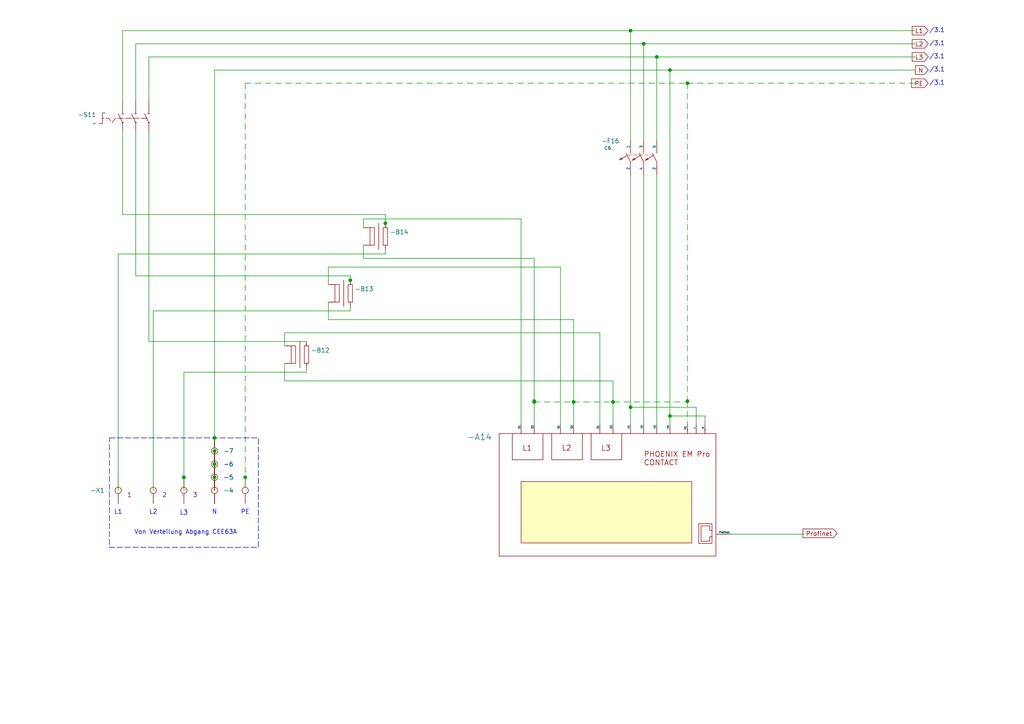
<source format=kicad_sch>
(kicad_sch (version 20250114) (generator "eeschema") (generator_version "9.0")
  (paper "A4")
  (title_block (comment 4 "1"))
  (lib_symbols
    (symbol "Spule_(B)_1"
      (property "Reference" "-B" (at -6.2232 5.5988 0))
      (symbol "Spule_(B)_1_0_1"
        (polyline (pts (xy -1.9052 3.8208) (xy -1.9052 -3.7992)))
        (rectangle (start 0.6348 -2.5292) (end 0.6348 -2.5292))
        (rectangle (start 0.6348 -2.5292) (end 0.6348 -2.5292))
      )
      (symbol "Spule_(B)_1_1_1"
        (rectangle (start -4.4452 2.5508) (end -3.1752 -2.5292) (fill (type color)))
        (polyline (pts (xy -4.4452 2.5508) (xy -5.7152 2.5508)))
        (polyline (pts (xy -4.4452 -2.5292) (xy -5.7152 -2.5292)))
        (rectangle (start -0.6352 2.5508) (end 0.6348 -2.5292) (fill (type color)))
        (polyline (pts (xy -0.0002 2.5508) (xy -0.0002 3.1858)))
        (polyline (pts (xy -0.0002 -2.5292) (xy -0.0002 -3.1642)))
        (pin passive line (at -6.35 2.54 0) (length 1.016) (name "") (number ""))
        (pin passive line (at -6.35 -2.54 0) (length 1.016) (name "") (number ""))
        (pin passive line (at 0 3.8244 270) (length 1.016) (name "") (number ""))
        (pin passive line (at 0 -3.81 90) (length 1.016) (name "") (number ""))
      )
    )
    (symbol "Spule_(B)_2"
      (property "Reference" "-B" (at -6.2232 5.5988 0))
      (symbol "Spule_(B)_2_0_1"
        (polyline (pts (xy -1.9052 3.8208) (xy -1.9052 -3.7992)))
        (rectangle (start 0.6348 -2.5292) (end 0.6348 -2.5292))
        (rectangle (start 0.6348 -2.5292) (end 0.6348 -2.5292))
      )
      (symbol "Spule_(B)_2_1_1"
        (rectangle (start -4.4452 2.5508) (end -3.1752 -2.5292) (fill (type color)))
        (polyline (pts (xy -4.4452 2.5508) (xy -5.7152 2.5508)))
        (polyline (pts (xy -4.4452 -2.5292) (xy -5.7152 -2.5292)))
        (rectangle (start -0.6352 2.5508) (end 0.6348 -2.5292) (fill (type color)))
        (polyline (pts (xy -0.0002 2.5508) (xy -0.0002 3.1858)))
        (polyline (pts (xy -0.0002 -2.5292) (xy -0.0002 -3.1642)))
        (pin passive line (at -6.35 2.54 0) (length 1.016) (name "") (number ""))
        (pin passive line (at -6.35 -2.54 0) (length 1.016) (name "") (number ""))
        (pin passive line (at 0 3.8244 270) (length 1.016) (name "") (number ""))
        (pin passive line (at 0 -3.81 90) (length 1.016) (name "") (number ""))
      )
    )
    (symbol "Verbinder_Standart_einfach_(X)_1" (pin_numbers (hide yes)) (pin_names (offset 0))
      (property "Reference" "-X" (at -4.572 2.794 0))
      (property "Nummer" "x" (at 3.048 3.048 0))
      (symbol "Verbinder_Standart_einfach_(X)_1_0_1"
        (polyline (pts (xy 0 1.27) (xy 0 1.016)))
        (circle (center 0 0) (radius 0.9158))
        (polyline (pts (xy 0 -1.27) (xy 0 -1.016)))
      )
      (symbol "Verbinder_Standart_einfach_(X)_1_1_1"
        (pin passive line (at 0 3.81 270) (length 2.54) (name "") (number ""))
        (pin passive line (at 0 -3.81 90) (length 2.54) (name "") (number ""))
      )
    )
    (symbol "Verbinder_Standart_einfach_(X)_2" (pin_numbers (hide yes)) (pin_names (offset 0))
      (property "Reference" "-X" (at -4.572 2.794 0))
      (property "Nummer" "x" (at 3.048 3.048 0))
      (symbol "Verbinder_Standart_einfach_(X)_2_0_1"
        (polyline (pts (xy 0 1.27) (xy 0 1.016)))
        (circle (center 0 0) (radius 0.9158))
        (polyline (pts (xy 0 -1.27) (xy 0 -1.016)))
      )
      (symbol "Verbinder_Standart_einfach_(X)_2_1_1"
        (pin passive line (at 0 3.81 270) (length 2.54) (name "") (number ""))
        (pin passive line (at 0 -3.81 90) (length 2.54) (name "") (number ""))
      )
    )
    (symbol "Verbinder_Standart_einfach_(X)_3" (pin_numbers (hide yes)) (pin_names (offset 0))
      (property "Reference" "-X" (at -4.572 2.794 0))
      (property "Nummer" "x" (at 3.048 3.048 0))
      (symbol "Verbinder_Standart_einfach_(X)_3_0_1"
        (polyline (pts (xy 0 1.27) (xy 0 1.016)))
        (circle (center 0 0) (radius 0.9158))
        (polyline (pts (xy 0 -1.27) (xy 0 -1.016)))
      )
      (symbol "Verbinder_Standart_einfach_(X)_3_1_1"
        (pin passive line (at 0 3.81 270) (length 2.54) (name "") (number ""))
        (pin passive line (at 0 -3.81 90) (length 2.54) (name "") (number ""))
      )
    )
    (symbol "Verbinder_Standart_einfach_(X)_4" (pin_numbers (hide yes)) (pin_names (offset 0))
      (property "Reference" "-X" (at -4.572 2.794 0))
      (property "Nummer" "x" (at 3.048 3.048 0))
      (symbol "Verbinder_Standart_einfach_(X)_4_0_1"
        (polyline (pts (xy 0 1.27) (xy 0 1.016)))
        (circle (center 0 0) (radius 0.9158))
        (polyline (pts (xy 0 -1.27) (xy 0 -1.016)))
      )
      (symbol "Verbinder_Standart_einfach_(X)_4_1_1"
        (pin passive line (at 0 3.81 270) (length 2.54) (name "") (number ""))
        (pin passive line (at 0 -3.81 90) (length 2.54) (name "") (number ""))
      )
    )
    (symbol "Verbinder_Standart_einfach_(X)_5" (pin_numbers (hide yes)) (pin_names (offset 0))
      (property "Reference" "-X" (at -4.572 2.794 0))
      (property "Nummer" "x" (at 3.048 3.048 0))
      (symbol "Verbinder_Standart_einfach_(X)_5_0_1"
        (polyline (pts (xy 0 1.27) (xy 0 1.016)))
        (circle (center 0 0) (radius 0.9158))
        (polyline (pts (xy 0 -1.27) (xy 0 -1.016)))
      )
      (symbol "Verbinder_Standart_einfach_(X)_5_1_1"
        (pin passive line (at 0 3.81 270) (length 2.54) (name "") (number ""))
        (pin passive line (at 0 -3.81 90) (length 2.54) (name "") (number ""))
      )
    )
    (symbol "Verbinder_Standart_einfach_(X)_6" (pin_numbers (hide yes)) (pin_names (offset 0))
      (property "Reference" "-X" (at -4.572 2.794 0))
      (property "Nummer" "x" (at 3.048 3.048 0))
      (symbol "Verbinder_Standart_einfach_(X)_6_0_1"
        (polyline (pts (xy 0 1.27) (xy 0 1.016)))
        (circle (center 0 0) (radius 0.9158))
        (polyline (pts (xy 0 -1.27) (xy 0 -1.016)))
      )
      (symbol "Verbinder_Standart_einfach_(X)_6_1_1"
        (pin passive line (at 0 3.81 270) (length 2.54) (name "") (number ""))
        (pin passive line (at 0 -3.81 90) (length 2.54) (name "") (number ""))
      )
    )
    (symbol "Verbinder_Standart_einfach_(X)_7" (pin_numbers (hide yes)) (pin_names (offset 0))
      (property "Reference" "-X" (at -4.572 2.794 0))
      (property "Nummer" "x" (at 3.048 3.048 0))
      (symbol "Verbinder_Standart_einfach_(X)_7_0_1"
        (polyline (pts (xy 0 1.27) (xy 0 1.016)))
        (circle (center 0 0) (radius 0.9158))
        (polyline (pts (xy 0 -1.27) (xy 0 -1.016)))
      )
      (symbol "Verbinder_Standart_einfach_(X)_7_1_1"
        (pin passive line (at 0 3.81 270) (length 2.54) (name "") (number ""))
        (pin passive line (at 0 -3.81 90) (length 2.54) (name "") (number ""))
      )
    )
    (symbol "devices:Powermeter_Phoenix-Contact_(A)" (pin_numbers (hide yes)) (pin_names (offset 0)) (on_board no)
      (property "Reference" "-A" (at -38.1 18.288 0))
      (property "Ort" "=" (at -38.862 16.002 0))
      (symbol "Powermeter_Phoenix-Contact_(A)_0_1"
        (rectangle (start -31.75 16.51) (end 31.115 -19.0498))
        (polyline (pts (xy -27.94 16.51) (xy -27.94 8.89) (xy -19.05 8.89) (xy -19.05 16.51)))
        (polyline (pts (xy -25.4 17.78) (xy -25.4 16.51)))
        (polyline (pts (xy -21.59 17.78) (xy -21.59 16.51)))
        (polyline (pts (xy -16.51 16.51) (xy -16.51 8.89) (xy -7.62 8.89) (xy -7.62 16.51)))
        (polyline (pts (xy -13.97 17.78) (xy -13.97 16.51)))
        (polyline (pts (xy -10.16 17.78) (xy -10.16 16.51)))
        (polyline (pts (xy -5.08 16.51) (xy -5.08 8.89) (xy 3.81 8.89) (xy 3.81 16.51)))
        (polyline (pts (xy -2.54 17.78) (xy -2.54 16.51)))
        (polyline (pts (xy 1.27 17.78) (xy 1.27 16.51)))
        (polyline (pts (xy 6.35 17.78) (xy 6.35 16.51)))
        (polyline (pts (xy 10.16 17.78) (xy 10.16 16.51)))
        (polyline (pts (xy 13.97 17.78) (xy 13.97 16.51)))
        (polyline (pts (xy 17.78 17.78) (xy 17.78 16.51)))
        (rectangle (start 26.162 -15.367) (end 29.972 -9.652))
        (polyline (pts (xy 29.972 -13.462) (xy 29.337 -13.462) (xy 29.337 -14.732) (xy 26.797 -14.732) (xy 26.797 -10.287) (xy 29.337 -10.287) (xy 29.337 -10.922) (xy 29.337 -11.557) (xy 29.972 -11.557)))
        (polyline (pts (xy 31.496 -12.7) (xy 31.242 -12.7)))
      )
      (symbol "Powermeter_Phoenix-Contact_(A)_1_1"
        (rectangle (start -25.4 2.54) (end 24.13 -15.24) (fill (type background)))
        (polyline (pts (xy 22.86 17.78) (xy 22.86 16.51)))
        (polyline (pts (xy 25.4 17.78) (xy 25.4 16.51)))
        (polyline (pts (xy 27.94 17.78) (xy 27.94 16.51)))
        (text "L1" (at -23.622 13.208 0) (effects (font (size 1.524 1.524)) (justify top)))
        (text "L2" (at -12.192 13.208 0) (effects (font (size 1.524 1.524)) (justify top)))
        (text "L3" (at -0.762 13.208 0) (effects (font (size 1.524 1.524)) (justify top)))
        (text "PHOENIX EM Pro\nCONTACT" (at 10.16 11.43 0) (effects (font (size 1.524 1.524)) (justify left top)))
        (pin passive line (at -25.4 19.05 270) (length 1.27) (name "S1") (number "S1"))
        (pin passive line (at -21.59 19.05 270) (length 1.27) (name "S2") (number "S2"))
        (pin passive line (at -13.97 19.05 270) (length 1.27) (name "S1") (number "S1"))
        (pin passive line (at -10.16 19.05 270) (length 1.27) (name "S2") (number "S2"))
        (pin passive line (at -2.54 19.05 270) (length 1.27) (name "S1") (number "S1"))
        (pin passive line (at 1.27 19.05 270) (length 1.27) (name "S2") (number "S2"))
        (pin passive line (at 6.35 19.05 270) (length 1.27) (name "V1") (number "V1"))
        (pin passive line (at 10.16 19.05 270) (length 1.27) (name "V2") (number "V2"))
        (pin passive line (at 13.97 19.05 270) (length 1.27) (name "V3") (number "V3"))
        (pin passive line (at 17.78 19.05 270) (length 1.27) (name "VN") (number "VN"))
        (pin passive line (at 22.86 19.05 270) (length 1.778) (name "PE") (number "PE"))
        (pin passive line (at 25.4 19.05 270) (length 1.778) (name "L") (number "L"))
        (pin passive line (at 27.94 19.05 270) (length 1.778) (name "N") (number "N"))
        (pin bidirectional line (at 35.56 -12.7 180) (length 4.064) (name "Profinet") (number "Profinet"))
      )
    )
    (symbol "standart:Schalter_ALLPOLIG_(S)" (pin_numbers (hide yes)) (pin_names (offset 0))
      (property "Reference" "-S" (at -6.35 4.318 0))
      (symbol "Schalter_ALLPOLIG_(S)_0_1"
        (polyline (pts (xy -0.254 1.27) (xy 0.254 1.27)))
        (polyline (pts (xy -0.254 -1.27) (xy 0.254 -1.27)))
        (polyline (pts (xy 0 1.27) (xy 0 1.27)))
        (polyline (pts (xy 0 -1.27) (xy -1.27 1.27)))
        (polyline (pts (xy 0 -1.27) (xy 0 -2.032)))
        (polyline (pts (xy 3.556 1.27) (xy 4.064 1.27)))
        (polyline (pts (xy 3.556 -1.27) (xy 4.064 -1.27)))
        (polyline (pts (xy 3.81 1.27) (xy 3.81 1.27)))
        (polyline (pts (xy 3.81 -1.27) (xy 2.54 1.27)))
        (polyline (pts (xy 3.81 -1.27) (xy 3.81 -2.032)))
        (polyline (pts (xy 7.366 1.27) (xy 7.874 1.27)))
        (polyline (pts (xy 7.366 -1.27) (xy 7.874 -1.27)))
        (polyline (pts (xy 7.62 1.27) (xy 7.62 1.27)))
        (polyline (pts (xy 7.62 -1.27) (xy 6.35 1.27)))
        (polyline (pts (xy 7.62 -1.27) (xy 7.62 -2.032)))
      )
      (symbol "Schalter_ALLPOLIG_(S)_1_0"
        (pin passive line (at 3.81 5.08 270) (length 3.81) (name "") (number "33"))
      )
      (symbol "Schalter_ALLPOLIG_(S)_1_1"
        (polyline (pts (xy -5.08 1.524) (xy -5.842 1.524) (xy -5.842 -1.524) (xy -6.858 -1.524)))
        (polyline (pts (xy 7.112 0) (xy -2.032 0) (xy -3.048 -1.27) (xy -4.064 0) (xy -5.842 0)) (stroke (width 0) (type dash)))
        (pin passive line (at 0 5.08 270) (length 3.81) (name "") (number "23"))
        (pin passive line (at 0 -3.81 90) (length 1.778) (name "") (number "24"))
        (pin passive line (at 3.81 -3.81 90) (length 1.778) (name "") (number "34"))
        (pin passive line (at 7.62 5.08 270) (length 3.81) (name "") (number "43"))
        (pin passive line (at 7.62 -3.81 90) (length 1.778) (name "") (number "44"))
      )
    )
    (symbol "standart:Schalter_LS_ALLPOLIG_(F)" (pin_numbers (hide yes)) (pin_names (offset 0))
      (property "Reference" "-F" (at -5.842 3.556 0))
      (property "Value" "A" (at -6.604 1.524 0))
      (symbol "Schalter_LS_ALLPOLIG_(F)_0_1"
        (polyline (pts (xy -3.175 -1.905) (xy -2.54 -1.27)))
        (polyline (pts (xy -3.175 -1.905) (xy -2.3014 -1.67)))
        (polyline (pts (xy -3.1577 -1.8949) (xy -3.1577 -1.8949)))
        (polyline (pts (xy -0.9505 -0.6011) (xy -3.175 -1.905)))
        (polyline (pts (xy 0 0) (xy 0 0)))
        (polyline (pts (xy 0 -2.54) (xy -1.27 0)))
        (polyline (pts (xy 0.508 -2.032) (xy 1.143 -1.397)))
        (polyline (pts (xy 0.508 -2.032) (xy 1.3816 -1.797)))
        (polyline (pts (xy 0.5253 -2.0219) (xy 0.5253 -2.0219)))
        (polyline (pts (xy 2.7325 -0.7281) (xy 0.508 -2.032)))
        (polyline (pts (xy 3.81 0) (xy 3.81 0)))
        (polyline (pts (xy 3.81 -2.54) (xy 2.54 0)))
        (polyline (pts (xy 4.318 -2.032) (xy 4.953 -1.397)))
        (polyline (pts (xy 4.318 -2.032) (xy 5.1916 -1.797)))
        (polyline (pts (xy 4.3353 -2.0219) (xy 4.3353 -2.0219)))
        (polyline (pts (xy 6.5425 -0.7281) (xy 4.318 -2.032)))
        (polyline (pts (xy 7.62 0) (xy 7.62 0)))
        (polyline (pts (xy 7.62 -2.54) (xy 6.35 0)))
      )
      (symbol "Schalter_LS_ALLPOLIG_(F)_1_1"
        (polyline (pts (xy 6.604 -0.508) (xy -1.016 -0.508)) (stroke (width 0.1016) (type dash)))
        (pin passive line (at 0 3.81 270) (length 3.81) (name "1") (number "1"))
        (pin passive line (at 0 -6.35 90) (length 3.81) (name "2") (number "2"))
        (pin passive line (at 3.81 3.81 270) (length 3.81) (name "3") (number "3"))
        (pin passive line (at 3.81 -6.35 90) (length 3.81) (name "4") (number "4"))
        (pin passive line (at 7.62 3.81 270) (length 3.81) (name "5") (number "5"))
        (pin passive line (at 7.62 -6.35 90) (length 3.81) (name "2") (number "2"))
      )
    )
    (symbol "standart:Spule_(B)"
      (property "Reference" "-B" (at -6.2232 5.5988 0))
      (symbol "Spule_(B)_0_1"
        (polyline (pts (xy -1.9052 3.8208) (xy -1.9052 -3.7992)))
        (rectangle (start 0.6348 -2.5292) (end 0.6348 -2.5292))
        (rectangle (start 0.6348 -2.5292) (end 0.6348 -2.5292))
      )
      (symbol "Spule_(B)_1_1"
        (rectangle (start -4.4452 2.5508) (end -3.1752 -2.5292) (fill (type color)))
        (polyline (pts (xy -4.4452 2.5508) (xy -5.7152 2.5508)))
        (polyline (pts (xy -4.4452 -2.5292) (xy -5.7152 -2.5292)))
        (rectangle (start -0.6352 2.5508) (end 0.6348 -2.5292) (fill (type color)))
        (polyline (pts (xy -0.0002 2.5508) (xy -0.0002 3.1858)))
        (polyline (pts (xy -0.0002 -2.5292) (xy -0.0002 -3.1642)))
        (pin passive line (at -6.35 2.54 0) (length 1.016) (name "") (number ""))
        (pin passive line (at -6.35 -2.54 0) (length 1.016) (name "") (number ""))
        (pin passive line (at 0 3.8244 270) (length 1.016) (name "") (number ""))
        (pin passive line (at 0 -3.81 90) (length 1.016) (name "") (number ""))
      )
    )
    (symbol "standart:Verbinder_Standart_einfach_(X)" (pin_numbers (hide yes)) (pin_names (offset 0))
      (property "Reference" "-X" (at -4.572 2.794 0))
      (property "Nummer" "x" (at 3.048 3.048 0))
      (symbol "Verbinder_Standart_einfach_(X)_0_1"
        (polyline (pts (xy 0 1.27) (xy 0 1.016)))
        (circle (center 0 0) (radius 0.9158))
        (polyline (pts (xy 0 -1.27) (xy 0 -1.016)))
      )
      (symbol "Verbinder_Standart_einfach_(X)_1_1"
        (pin passive line (at 0 3.81 270) (length 2.54) (name "") (number ""))
        (pin passive line (at 0 -3.81 90) (length 2.54) (name "") (number ""))
      )
    )
  )
  (rectangle (start 31.75 127) (end 74.93 158.75) (stroke (width 0) (type dash)))
  (text "/3.1\n" (at 271.78 8.89 0) (effects (font (size 1.27 1.27))))
  (text "/3.1\n" (at 271.78 24.13 0) (effects (font (size 1.27 1.27))))
  (text "Von Verteilung Abgang CEE63A" (at 53.848 154.432 0) (effects (font (size 1.27 1.27))))
  (text "L1\n" (at 34.29 148.59 0) (effects (font (size 1.27 1.27))))
  (text "L3\n\n" (at 53.34 149.86 0) (effects (font (size 1.27 1.27))))
  (text "/3.1\n" (at 271.78 16.51 0) (effects (font (size 1.27 1.27))))
  (text "PE" (at 71.12 148.59 0) (effects (font (size 1.27 1.27))))
  (text "/3.1\n" (at 271.78 20.32 0) (effects (font (size 1.27 1.27))))
  (text "N\n" (at 62.23 148.59 0) (effects (font (size 1.27 1.27))))
  (text "L2\n" (at 44.45 148.59 0) (effects (font (size 1.27 1.27))))
  (text "/3.1\n" (at 271.78 12.7 0) (effects (font (size 1.27 1.27))))
  (junction (at 182.88 118.11))
  (junction (at 199.39 24.13))
  (junction (at 53.34 138.43))
  (junction (at 62.23 138.43))
  (junction (at 194.31 120.65))
  (junction (at 62.23 134.62))
  (junction (at 186.69 12.7))
  (junction (at 62.23 127))
  (junction (at 194.31 20.32))
  (junction (at 71.12 138.43))
  (junction (at 199.39 116.332))
  (junction (at 62.23 130.81))
  (junction (at 166.37 116.586))
  (junction (at 111.76 64.7556))
  (junction (at 154.94 116.332))
  (junction (at 182.88 8.89))
  (junction (at 190.5 16.51))
  (junction (at 101.6 81.2656))
  (junction (at 177.8 116.586))
  (junction (at 154.94 116.586))
  (wire (pts (xy 35.56 8.89) (xy 35.56 29.21)))
  (wire (pts (xy 35.56 38.1) (xy 35.56 62.23)))
  (wire (pts (xy 95.25 77.47) (xy 162.56 77.47)))
  (wire (pts (xy 177.8 110.49) (xy 177.8 116.586)))
  (wire (pts (xy 71.12 138.43) (xy 71.12 142.24)) (stroke (width 0) (type dot)))
  (wire (pts (xy 173.99 96.52) (xy 173.99 123.19)))
  (wire (pts (xy 105.41 63.5) (xy 105.41 66.04)))
  (wire (pts (xy 53.34 107.95) (xy 53.34 138.43)))
  (wire (pts (xy 186.69 50.8) (xy 186.69 123.19)))
  (wire (pts (xy 53.34 138.43) (xy 53.34 142.24)))
  (wire (pts (xy 190.5 16.51) (xy 265.43 16.51)))
  (wire (pts (xy 71.12 24.13) (xy 199.39 24.13)) (stroke (width 0) (type dash_dot)))
  (wire (pts (xy 39.37 12.7) (xy 39.37 29.21)))
  (wire (pts (xy 82.55 96.52) (xy 82.55 100.33)))
  (wire (pts (xy 82.55 96.52) (xy 173.99 96.52)))
  (wire (pts (xy 111.76 62.23) (xy 111.76 64.7556)))
  (wire (pts (xy 62.23 134.62) (xy 62.23 138.43)))
  (wire (pts (xy 39.37 80.01) (xy 101.6 80.01)))
  (wire (pts (xy 154.94 116.586) (xy 166.37 116.586)) (stroke (width 0) (type dash_dot)))
  (wire (pts (xy 62.23 130.81) (xy 62.23 134.62)))
  (wire (pts (xy 111.76 72.39) (xy 111.76 73.66)))
  (wire (pts (xy 199.39 116.332) (xy 199.39 123.19)) (stroke (width 0) (type dash_dot)))
  (wire (pts (xy 43.18 99.06) (xy 88.9 99.06)))
  (wire (pts (xy 199.136 116.586) (xy 199.39 116.332)))
  (wire (pts (xy 62.23 20.32) (xy 62.23 127)))
  (wire (pts (xy 190.5 16.51) (xy 190.5 40.64)))
  (wire (pts (xy 111.76 64.7556) (xy 111.76 64.77)))
  (wire (pts (xy 105.41 71.12) (xy 105.41 74.93)))
  (wire (pts (xy 101.6 80.01) (xy 101.6 81.2656)))
  (wire (pts (xy 190.5 50.8) (xy 190.5 123.19)))
  (wire (pts (xy 82.55 110.49) (xy 177.8 110.49)))
  (wire (pts (xy 154.686 116.332) (xy 154.94 116.332)) (stroke (width 0) (type dash_dot)))
  (wire (pts (xy 199.39 24.13) (xy 265.43 24.13)) (stroke (width 0) (type dash_dot)))
  (wire (pts (xy 71.12 24.13) (xy 71.12 138.43)) (stroke (width 0) (type dash_dot)))
  (wire (pts (xy 199.39 24.13) (xy 199.39 116.332)) (stroke (width 0) (type dash_dot)))
  (wire (pts (xy 35.56 8.89) (xy 182.88 8.89)))
  (wire (pts (xy 101.6 88.9) (xy 101.6 90.17)))
  (wire (pts (xy 177.292 116.586) (xy 177.8 116.586)))
  (wire (pts (xy 186.69 12.7) (xy 265.43 12.7)))
  (wire (pts (xy 178.054 116.586) (xy 199.136 116.586)) (stroke (width 0) (type dash_dot)))
  (wire (pts (xy 201.93 118.11) (xy 201.93 123.19)))
  (wire (pts (xy 186.69 12.7) (xy 186.69 40.64)))
  (wire (pts (xy 95.25 77.47) (xy 95.25 82.55)))
  (wire (pts (xy 34.29 73.66) (xy 34.29 142.24)))
  (wire (pts (xy 182.88 50.8) (xy 182.88 118.11)))
  (wire (pts (xy 154.94 116.586) (xy 154.94 116.332)) (stroke (width 0) (type dash_dot)))
  (wire (pts (xy 212.09 154.94) (xy 233.172 154.94)))
  (wire (pts (xy 62.23 20.32) (xy 194.31 20.32)))
  (wire (pts (xy 166.37 116.586) (xy 166.37 116.332)) (stroke (width 0) (type dash_dot)))
  (wire (pts (xy 182.88 8.89) (xy 265.43 8.89)))
  (wire (pts (xy 62.23 127) (xy 62.23 130.81)))
  (wire (pts (xy 35.56 62.23) (xy 111.76 62.23)))
  (wire (pts (xy 95.25 87.63) (xy 95.25 92.71)))
  (wire (pts (xy 194.31 120.65) (xy 204.47 120.65)))
  (wire (pts (xy 95.25 92.71) (xy 166.37 92.71)))
  (wire (pts (xy 62.23 138.43) (xy 62.23 142.24)))
  (wire (pts (xy 166.37 116.586) (xy 177.292 116.586)) (stroke (width 0) (type dash_dot)))
  (wire (pts (xy 88.9 106.68) (xy 88.9 107.95)))
  (wire (pts (xy 154.94 116.586) (xy 154.94 123.19)))
  (wire (pts (xy 82.55 105.41) (xy 82.55 110.49)))
  (wire (pts (xy 154.94 74.93) (xy 154.94 116.332)))
  (wire (pts (xy 177.8 116.586) (xy 177.8 123.19)))
  (wire (pts (xy 154.94 116.332) (xy 154.94 116.586)))
  (wire (pts (xy 105.41 74.93) (xy 154.94 74.93)))
  (wire (pts (xy 43.18 38.1) (xy 43.18 99.06)))
  (wire (pts (xy 101.6 81.2656) (xy 101.6 81.28)))
  (wire (pts (xy 53.34 107.95) (xy 88.9 107.95)))
  (wire (pts (xy 166.37 116.586) (xy 166.37 123.19)))
  (wire (pts (xy 182.88 118.11) (xy 182.88 123.19)))
  (wire (pts (xy 194.31 20.32) (xy 265.43 20.32)))
  (wire (pts (xy 151.13 63.5) (xy 151.13 123.19)))
  (wire (pts (xy 166.37 92.71) (xy 166.37 116.586)))
  (wire (pts (xy 162.56 77.47) (xy 162.56 123.19)))
  (wire (pts (xy 105.41 63.5) (xy 151.13 63.5)))
  (wire (pts (xy 43.18 16.51) (xy 190.5 16.51)))
  (wire (pts (xy 182.88 118.11) (xy 201.93 118.11)))
  (wire (pts (xy 44.45 90.17) (xy 44.45 142.24)))
  (wire (pts (xy 39.37 12.7) (xy 186.69 12.7)))
  (wire (pts (xy 34.29 73.66) (xy 111.76 73.66)))
  (wire (pts (xy 44.45 90.17) (xy 101.6 90.17)))
  (wire (pts (xy 194.31 20.32) (xy 194.31 120.65)))
  (wire (pts (xy 194.31 120.65) (xy 194.31 123.19)))
  (wire (pts (xy 182.88 8.89) (xy 182.88 40.64)))
  (wire (pts (xy 204.47 120.65) (xy 204.47 123.19)))
  (wire (pts (xy 43.18 16.51) (xy 43.18 29.21)))
  (wire (pts (xy 39.37 38.1) (xy 39.37 80.01)))
  (global_label "L2" (shape input) (at 269.24 12.7 180) (property "Intersheetrefs" "${INTERSHEET_REFS}" (effects (hide yes))) (property "Netclass" "/3.1" (effects (hide yes))))
  (global_label "L1" (shape input) (at 269.24 8.89 180) (property "Intersheetrefs" "${INTERSHEET_REFS}" (effects (hide yes))) (property "Netclass" "/3.1" (effects (hide yes))))
  (global_label "L3" (shape input) (at 269.24 16.51 180) (property "Intersheetrefs" "${INTERSHEET_REFS}" (effects (hide yes))) (property "Netclass" "/3.1" (effects (hide yes))))
  (global_label "N" (shape input) (at 269.24 20.32 180) (property "Intersheetrefs" "${INTERSHEET_REFS}" (effects (hide yes))) (property "Netclass" "/3.1" (effects (hide yes))))
  (global_label "PE" (shape input) (at 269.24 24.13 180) (property "Intersheetrefs" "${INTERSHEET_REFS}" (effects (hide yes))) (property "Netclass" "/3.1" (effects (hide yes))))
  (global_label "Profinet" (shape input) (at 242.824 154.686 180) (property "Intersheetrefs" "${INTERSHEET_REFS}" (effects (hide yes))))
  (symbol (lib_name "Verbinder_Standart_einfach_(X)_5") (lib_id "standart:Verbinder_Standart_einfach_(X)") (at 71.12 142.24 0) (unit 1)
    (property "Reference" "-X1" (effects (hide yes)))
  )
  (symbol (lib_name "Verbinder_Standart_einfach_(X)_1") (lib_id "standart:Verbinder_Standart_einfach_(X)") (at 34.29 142.24 0) (unit 1)
    (property "Reference" "-X1" (at 26.162 142.24 0) (effects (justify left)))
    (property "Value" "1" (effects (hide yes)))
    (property "Nummer" "1" (at 36.83 143.5099 0) (effects (justify left)))
  )
  (symbol (lib_name "Spule_(B)_2") (lib_id "standart:Spule_(B)") (at 88.9 102.87 0) (unit 1)
    (property "Reference" "-B12" (at 90.17 101.5891 0) (effects (justify left)))
  )
  (symbol (lib_id "standart:Schalter_ALLPOLIG_(S)") (at 35.56 34.29 0) (unit 1)
    (property "Reference" "-S11" (at 27.94 33.2739 0) (effects (justify right)))
    (property "Value" "~" (at 27.94 35.8139 0) (effects (justify right)))
  )
  (symbol (lib_name "Verbinder_Standart_einfach_(X)_2") (lib_id "standart:Verbinder_Standart_einfach_(X)") (at 44.45 142.24 0) (unit 1)
    (property "Reference" "-X1" (effects (hide yes)))
    (property "Nummer" "2" (at 46.99 143.5099 0) (effects (justify left)))
  )
  (symbol (lib_name "Verbinder_Standart_einfach_(X)_6") (lib_id "standart:Verbinder_Standart_einfach_(X)") (at 53.34 142.24 0) (unit 1)
    (property "Reference" "-X1" (effects (hide yes)))
    (property "Nummer" "3" (at 55.88 143.5099 0) (effects (justify left)))
  )
  (symbol (lib_name "Verbinder_Standart_einfach_(X)_3") (lib_id "standart:Verbinder_Standart_einfach_(X)") (at 62.23 134.62 0) (unit 1)
    (property "Reference" "-6" (at 64.77 134.6199 0) (effects (justify left)))
  )
  (symbol (lib_name "Verbinder_Standart_einfach_(X)_7") (lib_id "standart:Verbinder_Standart_einfach_(X)") (at 62.23 142.24 0) (unit 1)
    (property "Reference" "-4" (at 64.77 142.2399 0) (effects (justify left)))
  )
  (symbol (lib_id "devices:Powermeter_Phoenix-Contact_(A)") (at 176.53 142.24 0) (unit 1) (on_board no)
    (property "Reference" "-A14" (at 142.748 126.746 0) (effects (font (size 1.778 1.778)) (justify right)))
    (property "Ort" "=" (effects (hide yes)))
  )
  (symbol (lib_id "standart:Verbinder_Standart_einfach_(X)") (at 62.23 130.81 0) (unit 1)
    (property "Reference" "-7" (at 64.77 130.8099 0) (effects (justify left)))
  )
  (symbol (lib_name "Spule_(B)_1") (lib_id "standart:Spule_(B)") (at 101.6 85.09 0) (unit 1)
    (property "Reference" "-B13" (at 102.87 83.8091 0) (effects (justify left)))
  )
  (symbol (lib_id "standart:Spule_(B)") (at 111.76 68.58 0) (unit 1)
    (property "Reference" "-B14" (at 113.03 67.2991 0) (effects (justify left)))
  )
  (symbol (lib_id "standart:Schalter_LS_ALLPOLIG_(F)") (at 182.88 44.45 0) (unit 1)
    (property "Reference" "-F16" (at 177.038 40.894 0))
    (property "Value" "C6" (at 176.276 42.926 0) (effects (font (size 1.016 1.016))))
  )
  (symbol (lib_name "Verbinder_Standart_einfach_(X)_4") (lib_id "standart:Verbinder_Standart_einfach_(X)") (at 62.23 138.43 0) (unit 1)
    (property "Reference" "-5" (at 64.77 138.4299 0) (effects (justify left)))
  )
  (sheet (at 674.37 2.54) (size 349.25 218.44) (stroke (width 0.1524))
    (property "Sheetname" "Einspeisung 400VAC" (at 674.37 1.8284 0) (effects (justify left bottom)))
    (property "Sheetfile" "untitled.kicad_sch" (at 674.37 221.5646 0) (effects (justify left top)))
  )
  (sheet (at 321.31 1.27) (size 311.15 212.09) (stroke (width 0.1524))
    (property "Sheetname" "Einspeisung 400VAC" (at 321.31 0.5584 0) (effects (justify left bottom)))
    (property "Sheetfile" "Einspeisung 400VAC.kicad_sch" (at 321.31 213.9446 0) (effects (justify left top)))
  )
)
</source>
